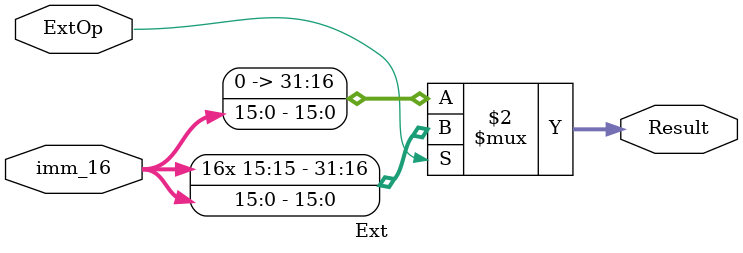
<source format=v>
`timescale 1ns / 1ps
module Ext(
	input [15:0] imm_16,
	input ExtOp,
	output [31:0] Result
);
	
	
	assign Result = (ExtOp == 1) ? {{16{imm_16[15]}}, imm_16} :
											 {16'b0,imm_16} ;





endmodule

</source>
